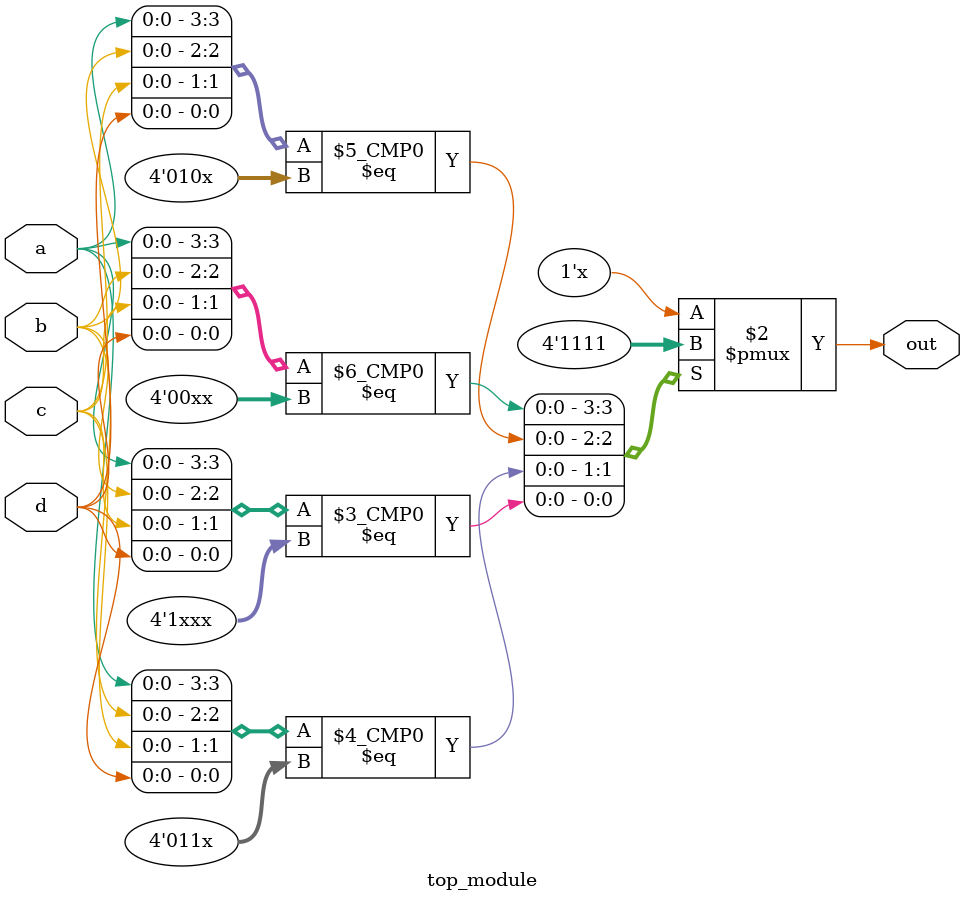
<source format=sv>
module top_module (
	input a, 
	input b,
	input c,
	input d,
	output reg out
);
    always @*
    begin
        case({a, b, c, d})
            4'b00xx: out = 1;
            4'b010x: out = 1;
            4'b011x: out = 1;
            4'b1xxx: out = 1;
            default:  out = 0;
        endcase
    end
endmodule

</source>
